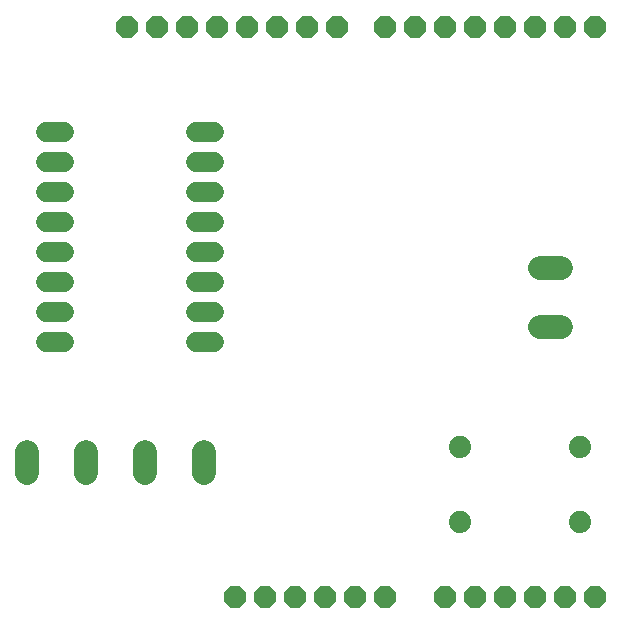
<source format=gbs>
G75*
%MOIN*%
%OFA0B0*%
%FSLAX25Y25*%
%IPPOS*%
%LPD*%
%AMOC8*
5,1,8,0,0,1.08239X$1,22.5*
%
%ADD10C,0.07400*%
%ADD11C,0.06800*%
%ADD12C,0.07850*%
%ADD13OC8,0.07400*%
D10*
X0232000Y0040000D03*
X0232000Y0065000D03*
X0272000Y0065000D03*
X0272000Y0040000D03*
D11*
X0150000Y0100000D02*
X0144000Y0100000D01*
X0144000Y0110000D02*
X0150000Y0110000D01*
X0150000Y0120000D02*
X0144000Y0120000D01*
X0144000Y0130000D02*
X0150000Y0130000D01*
X0150000Y0140000D02*
X0144000Y0140000D01*
X0144000Y0150000D02*
X0150000Y0150000D01*
X0150000Y0160000D02*
X0144000Y0160000D01*
X0144000Y0170000D02*
X0150000Y0170000D01*
X0100000Y0170000D02*
X0094000Y0170000D01*
X0094000Y0160000D02*
X0100000Y0160000D01*
X0100000Y0150000D02*
X0094000Y0150000D01*
X0094000Y0140000D02*
X0100000Y0140000D01*
X0100000Y0130000D02*
X0094000Y0130000D01*
X0094000Y0120000D02*
X0100000Y0120000D01*
X0100000Y0110000D02*
X0094000Y0110000D01*
X0094000Y0100000D02*
X0100000Y0100000D01*
D12*
X0087472Y0063525D02*
X0087472Y0056475D01*
X0107157Y0056475D02*
X0107157Y0063525D01*
X0126843Y0063525D02*
X0126843Y0056475D01*
X0146528Y0056475D02*
X0146528Y0063525D01*
X0258475Y0105157D02*
X0265525Y0105157D01*
X0265525Y0124843D02*
X0258475Y0124843D01*
D13*
X0257000Y0205000D03*
X0267000Y0205000D03*
X0277000Y0205000D03*
X0247000Y0205000D03*
X0237000Y0205000D03*
X0227000Y0205000D03*
X0217000Y0205000D03*
X0207000Y0205000D03*
X0191000Y0205000D03*
X0181000Y0205000D03*
X0171000Y0205000D03*
X0161000Y0205000D03*
X0151000Y0205000D03*
X0141000Y0205000D03*
X0131000Y0205000D03*
X0121000Y0205000D03*
X0157000Y0015000D03*
X0167000Y0015000D03*
X0177000Y0015000D03*
X0187000Y0015000D03*
X0197000Y0015000D03*
X0207000Y0015000D03*
X0227000Y0015000D03*
X0237000Y0015000D03*
X0247000Y0015000D03*
X0257000Y0015000D03*
X0267000Y0015000D03*
X0277000Y0015000D03*
M02*

</source>
